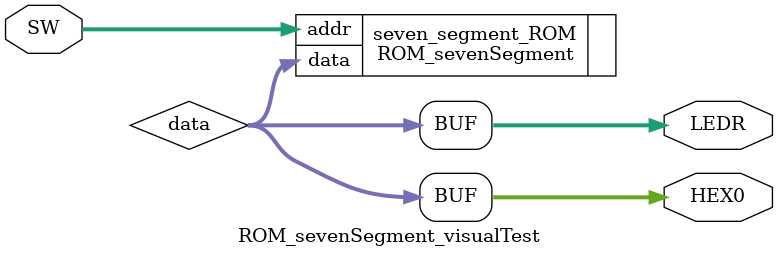
<source format=v>


module ROM_sevenSegment_visualTest
(
	input wire [3:0] SW,
	output wire [6:0] HEX0,
	output wire [6:0] LEDR
);

// signal to store received data, so that it can be displayed on
// two devices i.e. seven segment display and LEDs
wire [6:0] data;

ROM_sevenSegment seven_segment_ROM(
	.addr(SW), .data(data)
);

assign HEX0 = data; // display on seven segment devices
assign LEDR = data; // display on LEDs

endmodule 
</source>
